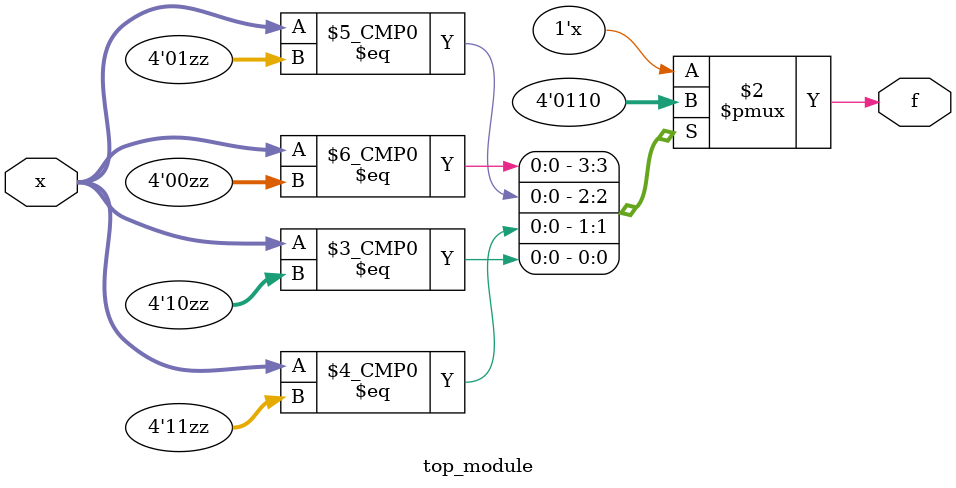
<source format=sv>
module top_module (
    input [4:1] x,
    output logic f
);

always_comb begin
    case (x)
        4'b00??: f = 0;
        4'b01??: f = 1;
        4'b11??: f = 1;
        4'b10??: f = 0;
        default: f = 0;
    endcase
end

endmodule

</source>
